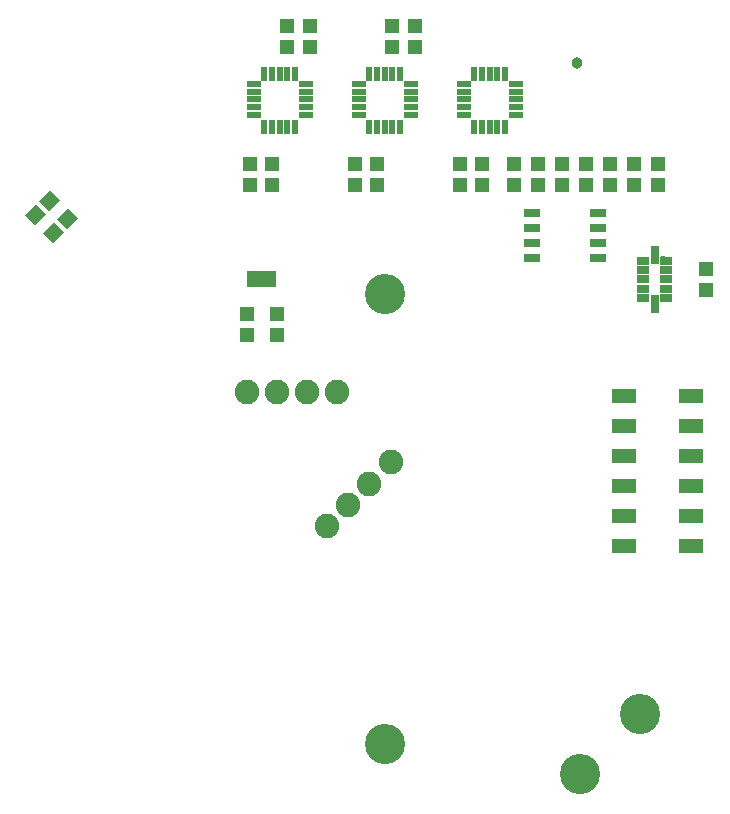
<source format=gbr>
G04 EAGLE Gerber RS-274X export*
G75*
%MOMM*%
%FSLAX34Y34*%
%LPD*%
%INSoldermask Top*%
%IPPOS*%
%AMOC8*
5,1,8,0,0,1.08239X$1,22.5*%
G01*
%ADD10C,3.403200*%
%ADD11R,1.203200X1.303200*%
%ADD12C,2.082800*%
%ADD13R,1.103200X0.703200*%
%ADD14R,0.703200X1.603200*%
%ADD15R,0.450000X0.750000*%
%ADD16R,1.303200X1.203200*%
%ADD17R,1.303200X0.503200*%
%ADD18R,0.503200X1.303200*%
%ADD19R,1.403200X0.803200*%
%ADD20C,0.965200*%
%ADD21R,0.838200X1.473200*%
%ADD22R,2.103200X1.223200*%


D10*
X0Y190500D03*
X0Y-190500D03*
X215900Y-165100D03*
X165100Y-215900D03*
D11*
X231140Y283600D03*
X231140Y300600D03*
X210820Y283600D03*
X210820Y300600D03*
D12*
X5080Y48260D03*
X-12881Y30299D03*
X-30841Y12339D03*
X-48802Y-5622D03*
X-40640Y107950D03*
X-66040Y107950D03*
X-91440Y107950D03*
X-116840Y107950D03*
D13*
X238600Y219200D03*
X238600Y211200D03*
X238600Y203200D03*
X238600Y195200D03*
X238600Y187200D03*
D14*
X228600Y182700D03*
D13*
X218600Y187200D03*
X218600Y195200D03*
X218600Y203200D03*
X218600Y211200D03*
X218600Y219200D03*
D14*
X228600Y223700D03*
D15*
X235350Y219450D03*
D11*
X-91440Y156600D03*
X-91440Y173600D03*
X-116840Y156600D03*
X-116840Y173600D03*
D16*
G36*
X-292411Y269817D02*
X-283197Y279031D01*
X-274689Y270523D01*
X-283903Y261309D01*
X-292411Y269817D01*
G37*
G36*
X-304431Y257797D02*
X-295217Y267011D01*
X-286709Y258503D01*
X-295923Y249289D01*
X-304431Y257797D01*
G37*
G36*
X-277171Y254577D02*
X-267957Y263791D01*
X-259449Y255283D01*
X-268663Y246069D01*
X-277171Y254577D01*
G37*
G36*
X-289191Y242557D02*
X-279977Y251771D01*
X-271469Y243263D01*
X-280683Y234049D01*
X-289191Y242557D01*
G37*
D11*
X82550Y300600D03*
X82550Y283600D03*
D17*
X110900Y342600D03*
X110900Y349100D03*
X110900Y355600D03*
X110900Y362100D03*
X110900Y368600D03*
D18*
X101900Y377600D03*
X95400Y377600D03*
X88900Y377600D03*
X82400Y377600D03*
X75900Y377600D03*
D17*
X66900Y368600D03*
X66900Y362100D03*
X66900Y355600D03*
X66900Y349100D03*
X66900Y342600D03*
D18*
X75900Y332600D03*
X82400Y332600D03*
X88900Y332600D03*
X95400Y332600D03*
X101900Y332600D03*
D11*
X170180Y300600D03*
X170180Y283600D03*
X149860Y300600D03*
X149860Y283600D03*
D19*
X180400Y220980D03*
X180400Y233680D03*
X180400Y246380D03*
X180400Y259080D03*
X124400Y259080D03*
X124400Y246380D03*
X124400Y233680D03*
X124400Y220980D03*
D11*
X190500Y283600D03*
X190500Y300600D03*
X63500Y300600D03*
X63500Y283600D03*
X-6350Y300600D03*
X-6350Y283600D03*
X25400Y417440D03*
X25400Y400440D03*
X-25400Y300600D03*
X-25400Y283600D03*
X6350Y417440D03*
X6350Y400440D03*
X-95250Y300600D03*
X-95250Y283600D03*
X-63500Y417440D03*
X-63500Y400440D03*
X-114300Y300600D03*
X-114300Y283600D03*
X-82550Y417440D03*
X-82550Y400440D03*
D17*
X-66900Y342600D03*
X-66900Y349100D03*
X-66900Y355600D03*
X-66900Y362100D03*
X-66900Y368600D03*
D18*
X-75900Y377600D03*
X-82400Y377600D03*
X-88900Y377600D03*
X-95400Y377600D03*
X-101900Y377600D03*
D17*
X-110900Y368600D03*
X-110900Y362100D03*
X-110900Y355600D03*
X-110900Y349100D03*
X-110900Y342600D03*
D18*
X-101900Y332600D03*
X-95400Y332600D03*
X-88900Y332600D03*
X-82400Y332600D03*
X-75900Y332600D03*
D17*
X22000Y342600D03*
X22000Y349100D03*
X22000Y355600D03*
X22000Y362100D03*
X22000Y368600D03*
D18*
X13000Y377600D03*
X6500Y377600D03*
X0Y377600D03*
X-6500Y377600D03*
X-13000Y377600D03*
D17*
X-22000Y368600D03*
X-22000Y362100D03*
X-22000Y355600D03*
X-22000Y349100D03*
X-22000Y342600D03*
D18*
X-13000Y332600D03*
X-6500Y332600D03*
X0Y332600D03*
X6500Y332600D03*
X13000Y332600D03*
D11*
X109220Y300600D03*
X109220Y283600D03*
X129540Y300600D03*
X129540Y283600D03*
D20*
X162560Y386080D03*
D11*
X271780Y194700D03*
X271780Y211700D03*
D21*
X-112268Y203200D03*
X-104140Y203200D03*
X-96012Y203200D03*
D22*
X202640Y104140D03*
X259640Y104140D03*
X202640Y78740D03*
X259640Y78740D03*
X202640Y53340D03*
X259640Y53340D03*
X202640Y27940D03*
X259640Y27940D03*
X202640Y2540D03*
X259640Y2540D03*
X202640Y-22860D03*
X259640Y-22860D03*
M02*

</source>
